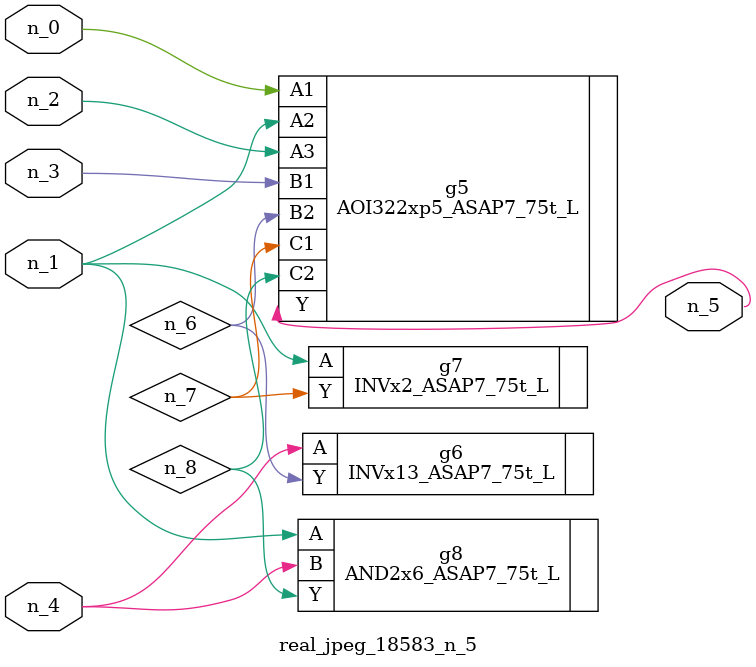
<source format=v>
module real_jpeg_18583_n_5 (n_4, n_0, n_1, n_2, n_3, n_5);

input n_4;
input n_0;
input n_1;
input n_2;
input n_3;

output n_5;

wire n_8;
wire n_6;
wire n_7;

AOI322xp5_ASAP7_75t_L g5 ( 
.A1(n_0),
.A2(n_1),
.A3(n_2),
.B1(n_3),
.B2(n_6),
.C1(n_7),
.C2(n_8),
.Y(n_5)
);

INVx2_ASAP7_75t_L g7 ( 
.A(n_1),
.Y(n_7)
);

AND2x6_ASAP7_75t_L g8 ( 
.A(n_1),
.B(n_4),
.Y(n_8)
);

INVx13_ASAP7_75t_L g6 ( 
.A(n_4),
.Y(n_6)
);


endmodule
</source>
